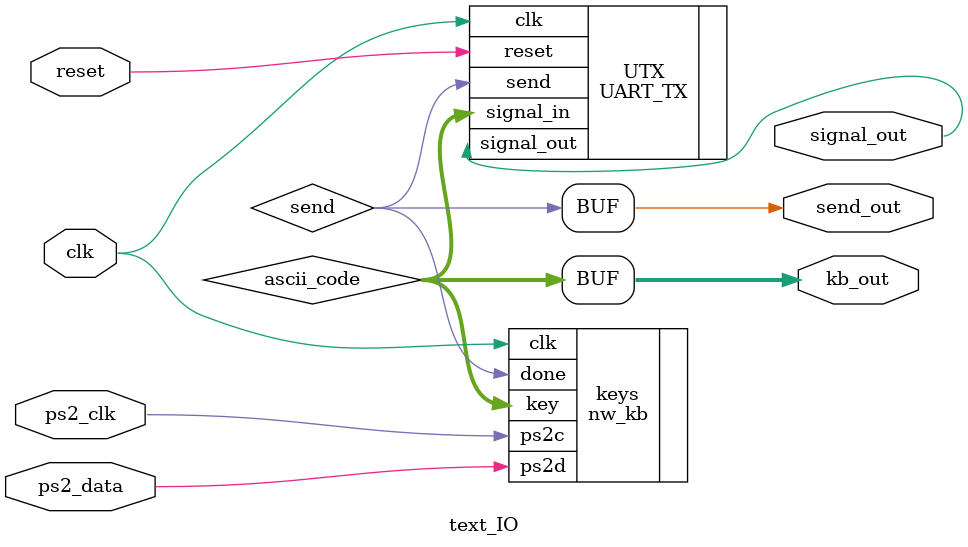
<source format=v>
`timescale 1ns / 1ps


module text_IO(
    input clk,
    input ps2_clk,
    input ps2_data,
    input reset,
    //input send,
    output [7:0] kb_out,
    output signal_out,
    output send_out
    //output [7:0] count_out,
    //output scan_code_ready
    );

parameter threshold = 49999;

//wire scan_code_ready, letter_case_out, transmit_out;    
wire [7:0] scan_code, ascii_code;
reg [12:0] counter;   
//reg [7:0] scan_reg;
wire send;
    
//keyboard KEY(.clk(clk), 
//             .ps2_clk(ps2_clk), 
//             .ps2_data(ps2_data), 
//             .reset(reset),
//             .scan_code(scan_code), 
//             .scan_code_ready(scan_code_ready), 
//             .letter_case_out(letter_case_out)); 

//scan_to_ascii S2A(.scan_code(scan_code), 
//                  .letter_case(letter_case_out), 
//                  .ascii_code(ascii_code));

nw_kb keys (.clk(clk), .ps2c(ps2_clk), .ps2d(ps2_data), .key(ascii_code), .done(send));


UART_TX UTX(.clk(clk), 
            .signal_in(ascii_code), 
            .send(send), .reset(reset), 
            .signal_out(signal_out));

//button_send BTX(.clk(clk), .btn(scan_code_ready), .transmit(transmit_out));

assign kb_out = ascii_code;
assign send_out = send;

//always@(posedge scan_code_ready)
//    begin
//        scan_reg = scan_reg +1;
//    //if(counter == threshold)begin
//      //  counter = 0;
//        //end 
//    end
 
// always@(posedge scan_reg)
//    begin
//    send = 1'b1;
//    end

    
//always @(posedge clk)
//begin
//    if (scan_reg == 1)
//        send <= 1'b1;
//    else if (scan_reg == 0 && counter < threshold)
//        begin
//        send <= 1'b1;
//        counter <= counter +1;
//        end
//   else
//    begin
//    counter <= 0;
//    send <= 0;
//    end
//end
   
 
// assign count_out = counter;
    
endmodule

</source>
